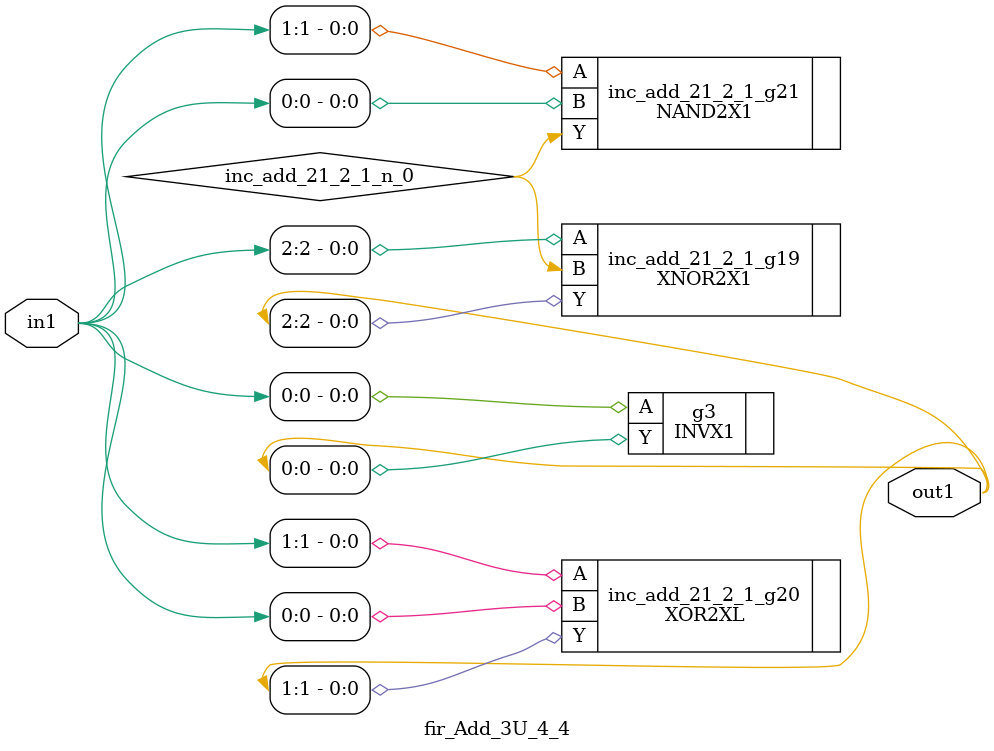
<source format=v>
`timescale 1ps / 1ps


module fir_Add_3U_4_4(in1, out1);
  input [2:0] in1;
  output [2:0] out1;
  wire [2:0] in1;
  wire [2:0] out1;
  wire inc_add_21_2_1_n_0;
  INVX1 g3(.A (in1[0]), .Y (out1[0]));
  XNOR2X1 inc_add_21_2_1_g19(.A (in1[2]), .B (inc_add_21_2_1_n_0), .Y
       (out1[2]));
  XOR2XL inc_add_21_2_1_g20(.A (in1[1]), .B (in1[0]), .Y (out1[1]));
  NAND2X1 inc_add_21_2_1_g21(.A (in1[1]), .B (in1[0]), .Y
       (inc_add_21_2_1_n_0));
endmodule




</source>
